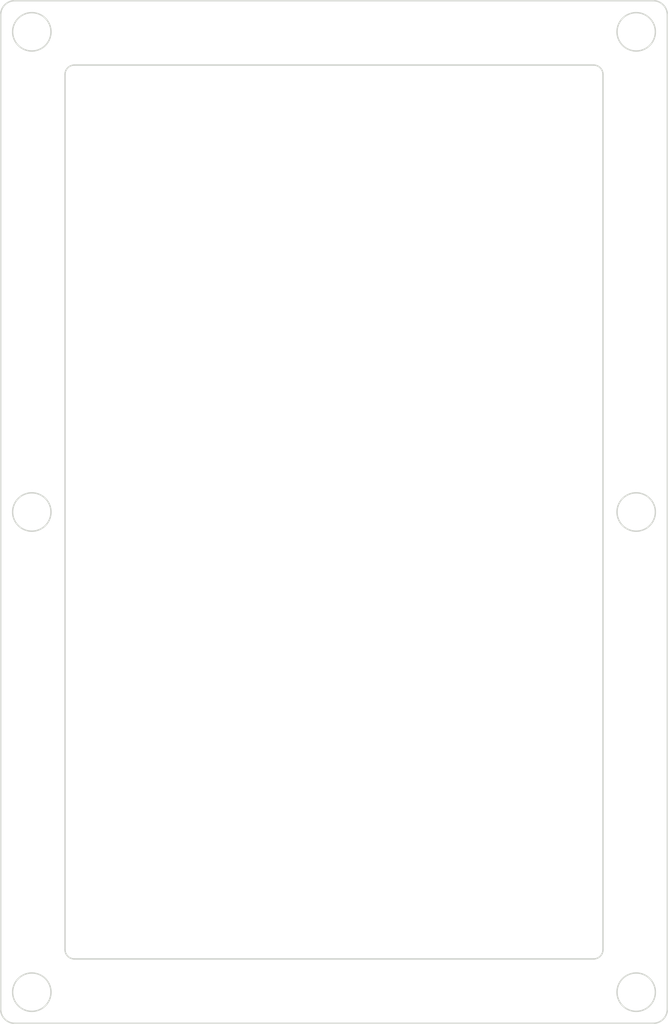
<source format=kicad_pcb>

            
(kicad_pcb (version 20171130) (host pcbnew 5.1.6)

  (page A3)
  (title_block
    (title spacer_plate)
    (rev 0.1)
    (company ceoloide)
  )

  (general
    (thickness 1.6)
  )

  (layers
    (0 F.Cu signal)
    (31 B.Cu signal)
    (32 B.Adhes user)
    (33 F.Adhes user)
    (34 B.Paste user)
    (35 F.Paste user)
    (36 B.SilkS user)
    (37 F.SilkS user)
    (38 B.Mask user)
    (39 F.Mask user)
    (40 Dwgs.User user)
    (41 Cmts.User user)
    (42 Eco1.User user)
    (43 Eco2.User user)
    (44 Edge.Cuts user)
    (45 Margin user)
    (46 B.CrtYd user)
    (47 F.CrtYd user)
    (48 B.Fab user)
    (49 F.Fab user)
  )

  (setup
    (last_trace_width 0.25)
    (trace_clearance 0.2)
    (zone_clearance 0.508)
    (zone_45_only no)
    (trace_min 0.2)
    (via_size 0.8)
    (via_drill 0.4)
    (via_min_size 0.4)
    (via_min_drill 0.3)
    (uvia_size 0.3)
    (uvia_drill 0.1)
    (uvias_allowed no)
    (uvia_min_size 0.2)
    (uvia_min_drill 0.1)
    (edge_width 0.05)
    (segment_width 0.2)
    (pcb_text_width 0.3)
    (pcb_text_size 1.5 1.5)
    (mod_edge_width 0.12)
    (mod_text_size 1 1)
    (mod_text_width 0.15)
    (pad_size 1.524 1.524)
    (pad_drill 0.762)
    (pad_to_mask_clearance 0.05)
    (aux_axis_origin 0 0)
    (visible_elements FFFFFF7F)
    (pcbplotparams
      (layerselection 0x010fc_ffffffff)
      (usegerberextensions false)
      (usegerberattributes true)
      (usegerberadvancedattributes true)
      (creategerberjobfile true)
      (excludeedgelayer true)
      (linewidth 0.100000)
      (plotframeref false)
      (viasonmask false)
      (mode 1)
      (useauxorigin false)
      (hpglpennumber 1)
      (hpglpenspeed 20)
      (hpglpendiameter 15.000000)
      (psnegative false)
      (psa4output false)
      (plotreference true)
      (plotvalue true)
      (plotinvisibletext false)
      (padsonsilk false)
      (subtractmaskfromsilk false)
      (outputformat 1)
      (mirror false)
      (drillshape 1)
      (scaleselection 1)
      (outputdirectory ""))
  )

            (net 0 "")
            
  (net_class Default "This is the default net class."
    (clearance 0.2)
    (trace_width 0.25)
    (via_dia 0.8)
    (via_drill 0.4)
    (uvia_dia 0.3)
    (uvia_drill 0.1)
    (add_net "")
  )

            
            (gr_line (start 44.875 141.625) (end 113.125 141.625) (angle 90) (layer Edge.Cuts) (width 0.15))
(gr_line (start 114.625 140.125) (end 114.625 33.875) (angle 90) (layer Edge.Cuts) (width 0.15))
(gr_line (start 113.125 32.375) (end 44.875 32.375) (angle 90) (layer Edge.Cuts) (width 0.15))
(gr_line (start 43.375 33.875) (end 43.375 140.125) (angle 90) (layer Edge.Cuts) (width 0.15))
(gr_arc (start 113.125 140.125) (end 113.125 141.625) (angle -90) (layer Edge.Cuts) (width 0.15))
(gr_arc (start 113.125 33.875) (end 114.625 33.875) (angle -90) (layer Edge.Cuts) (width 0.15))
(gr_arc (start 44.875 33.875) (end 44.875 32.375) (angle -90) (layer Edge.Cuts) (width 0.15))
(gr_arc (start 44.875 140.125) (end 43.375 140.125) (angle -90) (layer Edge.Cuts) (width 0.15))
(gr_line (start 51.25 134.75) (end 106.75 134.75) (angle 90) (layer Edge.Cuts) (width 0.15))
(gr_line (start 107.75 133.75) (end 107.75 40.25) (angle 90) (layer Edge.Cuts) (width 0.15))
(gr_line (start 106.75 39.25) (end 51.25 39.25) (angle 90) (layer Edge.Cuts) (width 0.15))
(gr_line (start 50.25 40.25) (end 50.25 133.75) (angle 90) (layer Edge.Cuts) (width 0.15))
(gr_arc (start 106.75 133.75) (end 106.75 134.75) (angle -90) (layer Edge.Cuts) (width 0.15))
(gr_arc (start 106.75 40.25) (end 107.75 40.25) (angle -90) (layer Edge.Cuts) (width 0.15))
(gr_arc (start 51.25 40.25) (end 51.25 39.25) (angle -90) (layer Edge.Cuts) (width 0.15))
(gr_arc (start 51.25 133.75) (end 50.25 133.75) (angle -90) (layer Edge.Cuts) (width 0.15))
(gr_circle (center 46.7 35.7) (end 48.75 35.7) (layer Edge.Cuts) (width 0.15))
(gr_circle (center 111.3 35.7) (end 113.35 35.7) (layer Edge.Cuts) (width 0.15))
(gr_circle (center 46.7 87) (end 48.75 87) (layer Edge.Cuts) (width 0.15))
(gr_circle (center 111.3 87) (end 113.35 87) (layer Edge.Cuts) (width 0.15))
(gr_circle (center 46.7 138.3) (end 48.75 138.3) (layer Edge.Cuts) (width 0.15))
(gr_circle (center 111.3 138.3) (end 113.35 138.3) (layer Edge.Cuts) (width 0.15))
            
)

        
</source>
